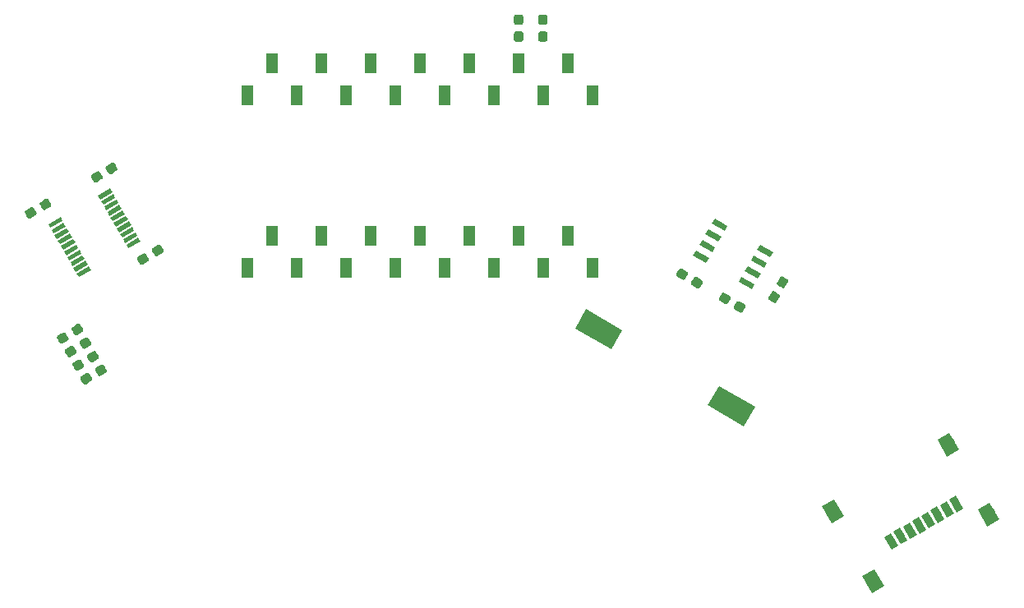
<source format=gbr>
G04 #@! TF.GenerationSoftware,KiCad,Pcbnew,(5.0.1-3-g963ef8bb5)*
G04 #@! TF.CreationDate,2019-09-11T13:55:26+02:00*
G04 #@! TF.ProjectId,crecol_v30,637265636F6C5F7633302E6B69636164,rev?*
G04 #@! TF.SameCoordinates,Original*
G04 #@! TF.FileFunction,Paste,Bot*
G04 #@! TF.FilePolarity,Positive*
%FSLAX46Y46*%
G04 Gerber Fmt 4.6, Leading zero omitted, Abs format (unit mm)*
G04 Created by KiCad (PCBNEW (5.0.1-3-g963ef8bb5)) date 2019 September 11, Wednesday 13:55:26*
%MOMM*%
%LPD*%
G01*
G04 APERTURE LIST*
%ADD10C,0.450000*%
%ADD11C,0.100000*%
%ADD12C,0.950000*%
%ADD13C,1.450000*%
%ADD14C,0.800000*%
%ADD15C,2.300000*%
%ADD16R,1.200000X2.000000*%
%ADD17C,0.600000*%
G04 APERTURE END LIST*
D10*
G04 #@! TO.C,U40*
X67592275Y-37891876D03*
D11*
G36*
X68107643Y-37334520D02*
X68332643Y-37724232D01*
X67076907Y-38449232D01*
X66851907Y-38059520D01*
X68107643Y-37334520D01*
X68107643Y-37334520D01*
G37*
D10*
X67917275Y-38454792D03*
D11*
G36*
X68432643Y-37897436D02*
X68657643Y-38287148D01*
X67401907Y-39012148D01*
X67176907Y-38622436D01*
X68432643Y-37897436D01*
X68432643Y-37897436D01*
G37*
D10*
X68242275Y-39017709D03*
D11*
G36*
X68757643Y-38460353D02*
X68982643Y-38850065D01*
X67726907Y-39575065D01*
X67501907Y-39185353D01*
X68757643Y-38460353D01*
X68757643Y-38460353D01*
G37*
D10*
X68567275Y-39580625D03*
D11*
G36*
X69082643Y-39023269D02*
X69307643Y-39412981D01*
X68051907Y-40137981D01*
X67826907Y-39748269D01*
X69082643Y-39023269D01*
X69082643Y-39023269D01*
G37*
D10*
X68892275Y-40143542D03*
D11*
G36*
X69407643Y-39586186D02*
X69632643Y-39975898D01*
X68376907Y-40700898D01*
X68151907Y-40311186D01*
X69407643Y-39586186D01*
X69407643Y-39586186D01*
G37*
D10*
X69217275Y-40706458D03*
D11*
G36*
X69732643Y-40149102D02*
X69957643Y-40538814D01*
X68701907Y-41263814D01*
X68476907Y-40874102D01*
X69732643Y-40149102D01*
X69732643Y-40149102D01*
G37*
D10*
X69542275Y-41269375D03*
D11*
G36*
X70057643Y-40712019D02*
X70282643Y-41101731D01*
X69026907Y-41826731D01*
X68801907Y-41437019D01*
X70057643Y-40712019D01*
X70057643Y-40712019D01*
G37*
D10*
X69867275Y-41832291D03*
D11*
G36*
X70382643Y-41274935D02*
X70607643Y-41664647D01*
X69351907Y-42389647D01*
X69126907Y-41999935D01*
X70382643Y-41274935D01*
X70382643Y-41274935D01*
G37*
D10*
X70192275Y-42395208D03*
D11*
G36*
X70707643Y-41837852D02*
X70932643Y-42227564D01*
X69676907Y-42952564D01*
X69451907Y-42562852D01*
X70707643Y-41837852D01*
X70707643Y-41837852D01*
G37*
D10*
X70517275Y-42958124D03*
D11*
G36*
X71032643Y-42400768D02*
X71257643Y-42790480D01*
X70001907Y-43515480D01*
X69776907Y-43125768D01*
X71032643Y-42400768D01*
X71032643Y-42400768D01*
G37*
D10*
X65407725Y-45908124D03*
D11*
G36*
X65923093Y-45350768D02*
X66148093Y-45740480D01*
X64892357Y-46465480D01*
X64667357Y-46075768D01*
X65923093Y-45350768D01*
X65923093Y-45350768D01*
G37*
D10*
X65082725Y-45345208D03*
D11*
G36*
X65598093Y-44787852D02*
X65823093Y-45177564D01*
X64567357Y-45902564D01*
X64342357Y-45512852D01*
X65598093Y-44787852D01*
X65598093Y-44787852D01*
G37*
D10*
X64757725Y-44782291D03*
D11*
G36*
X65273093Y-44224935D02*
X65498093Y-44614647D01*
X64242357Y-45339647D01*
X64017357Y-44949935D01*
X65273093Y-44224935D01*
X65273093Y-44224935D01*
G37*
D10*
X64432725Y-44219375D03*
D11*
G36*
X64948093Y-43662019D02*
X65173093Y-44051731D01*
X63917357Y-44776731D01*
X63692357Y-44387019D01*
X64948093Y-43662019D01*
X64948093Y-43662019D01*
G37*
D10*
X64107725Y-43656458D03*
D11*
G36*
X64623093Y-43099102D02*
X64848093Y-43488814D01*
X63592357Y-44213814D01*
X63367357Y-43824102D01*
X64623093Y-43099102D01*
X64623093Y-43099102D01*
G37*
D10*
X63782725Y-43093542D03*
D11*
G36*
X64298093Y-42536186D02*
X64523093Y-42925898D01*
X63267357Y-43650898D01*
X63042357Y-43261186D01*
X64298093Y-42536186D01*
X64298093Y-42536186D01*
G37*
D10*
X63457725Y-42530625D03*
D11*
G36*
X63973093Y-41973269D02*
X64198093Y-42362981D01*
X62942357Y-43087981D01*
X62717357Y-42698269D01*
X63973093Y-41973269D01*
X63973093Y-41973269D01*
G37*
D10*
X63132725Y-41967709D03*
D11*
G36*
X63648093Y-41410353D02*
X63873093Y-41800065D01*
X62617357Y-42525065D01*
X62392357Y-42135353D01*
X63648093Y-41410353D01*
X63648093Y-41410353D01*
G37*
D10*
X62807725Y-41404792D03*
D11*
G36*
X63323093Y-40847436D02*
X63548093Y-41237148D01*
X62292357Y-41962148D01*
X62067357Y-41572436D01*
X63323093Y-40847436D01*
X63323093Y-40847436D01*
G37*
D10*
X62482725Y-40841876D03*
D11*
G36*
X62998093Y-40284520D02*
X63223093Y-40674232D01*
X61967357Y-41399232D01*
X61742357Y-41009520D01*
X62998093Y-40284520D01*
X62998093Y-40284520D01*
G37*
G04 #@! TD*
G04 #@! TO.C,C31*
G36*
X65787993Y-56351077D02*
X65811148Y-56353741D01*
X65833929Y-56358662D01*
X65856119Y-56365791D01*
X65877503Y-56375062D01*
X65897876Y-56386383D01*
X65917041Y-56399648D01*
X65934813Y-56414726D01*
X65951022Y-56431474D01*
X65965511Y-56449730D01*
X65978141Y-56469319D01*
X66215641Y-56880681D01*
X66226290Y-56901413D01*
X66234856Y-56923089D01*
X66241256Y-56945500D01*
X66245428Y-56968431D01*
X66247333Y-56991660D01*
X66246951Y-57014964D01*
X66244288Y-57038119D01*
X66239367Y-57060901D01*
X66232238Y-57083090D01*
X66222967Y-57104475D01*
X66211646Y-57124847D01*
X66198381Y-57144012D01*
X66183303Y-57161784D01*
X66166555Y-57177993D01*
X66148298Y-57192482D01*
X66128710Y-57205112D01*
X65630746Y-57492612D01*
X65610014Y-57503261D01*
X65588338Y-57511827D01*
X65565927Y-57518227D01*
X65542996Y-57522399D01*
X65519767Y-57524304D01*
X65496463Y-57523923D01*
X65473308Y-57521259D01*
X65450527Y-57516338D01*
X65428337Y-57509209D01*
X65406953Y-57499938D01*
X65386580Y-57488617D01*
X65367415Y-57475352D01*
X65349643Y-57460274D01*
X65333434Y-57443526D01*
X65318945Y-57425270D01*
X65306315Y-57405681D01*
X65068815Y-56994319D01*
X65058166Y-56973587D01*
X65049600Y-56951911D01*
X65043200Y-56929500D01*
X65039028Y-56906569D01*
X65037123Y-56883340D01*
X65037505Y-56860036D01*
X65040168Y-56836881D01*
X65045089Y-56814099D01*
X65052218Y-56791910D01*
X65061489Y-56770525D01*
X65072810Y-56750153D01*
X65086075Y-56730988D01*
X65101153Y-56713216D01*
X65117901Y-56697007D01*
X65136158Y-56682518D01*
X65155746Y-56669888D01*
X65653710Y-56382388D01*
X65674442Y-56371739D01*
X65696118Y-56363173D01*
X65718529Y-56356773D01*
X65741460Y-56352601D01*
X65764689Y-56350696D01*
X65787993Y-56351077D01*
X65787993Y-56351077D01*
G37*
D12*
X65642228Y-56937500D03*
D11*
G36*
X67303537Y-55476077D02*
X67326692Y-55478741D01*
X67349473Y-55483662D01*
X67371663Y-55490791D01*
X67393047Y-55500062D01*
X67413420Y-55511383D01*
X67432585Y-55524648D01*
X67450357Y-55539726D01*
X67466566Y-55556474D01*
X67481055Y-55574730D01*
X67493685Y-55594319D01*
X67731185Y-56005681D01*
X67741834Y-56026413D01*
X67750400Y-56048089D01*
X67756800Y-56070500D01*
X67760972Y-56093431D01*
X67762877Y-56116660D01*
X67762495Y-56139964D01*
X67759832Y-56163119D01*
X67754911Y-56185901D01*
X67747782Y-56208090D01*
X67738511Y-56229475D01*
X67727190Y-56249847D01*
X67713925Y-56269012D01*
X67698847Y-56286784D01*
X67682099Y-56302993D01*
X67663842Y-56317482D01*
X67644254Y-56330112D01*
X67146290Y-56617612D01*
X67125558Y-56628261D01*
X67103882Y-56636827D01*
X67081471Y-56643227D01*
X67058540Y-56647399D01*
X67035311Y-56649304D01*
X67012007Y-56648923D01*
X66988852Y-56646259D01*
X66966071Y-56641338D01*
X66943881Y-56634209D01*
X66922497Y-56624938D01*
X66902124Y-56613617D01*
X66882959Y-56600352D01*
X66865187Y-56585274D01*
X66848978Y-56568526D01*
X66834489Y-56550270D01*
X66821859Y-56530681D01*
X66584359Y-56119319D01*
X66573710Y-56098587D01*
X66565144Y-56076911D01*
X66558744Y-56054500D01*
X66554572Y-56031569D01*
X66552667Y-56008340D01*
X66553049Y-55985036D01*
X66555712Y-55961881D01*
X66560633Y-55939099D01*
X66567762Y-55916910D01*
X66577033Y-55895525D01*
X66588354Y-55875153D01*
X66601619Y-55855988D01*
X66616697Y-55838216D01*
X66633445Y-55822007D01*
X66651702Y-55807518D01*
X66671290Y-55794888D01*
X67169254Y-55507388D01*
X67189986Y-55496739D01*
X67211662Y-55488173D01*
X67234073Y-55481773D01*
X67257004Y-55477601D01*
X67280233Y-55475696D01*
X67303537Y-55476077D01*
X67303537Y-55476077D01*
G37*
D12*
X67157772Y-56062500D03*
G04 #@! TD*
D11*
G04 #@! TO.C,C30*
G36*
X64903537Y-51276077D02*
X64926692Y-51278741D01*
X64949473Y-51283662D01*
X64971663Y-51290791D01*
X64993047Y-51300062D01*
X65013420Y-51311383D01*
X65032585Y-51324648D01*
X65050357Y-51339726D01*
X65066566Y-51356474D01*
X65081055Y-51374730D01*
X65093685Y-51394319D01*
X65331185Y-51805681D01*
X65341834Y-51826413D01*
X65350400Y-51848089D01*
X65356800Y-51870500D01*
X65360972Y-51893431D01*
X65362877Y-51916660D01*
X65362495Y-51939964D01*
X65359832Y-51963119D01*
X65354911Y-51985901D01*
X65347782Y-52008090D01*
X65338511Y-52029475D01*
X65327190Y-52049847D01*
X65313925Y-52069012D01*
X65298847Y-52086784D01*
X65282099Y-52102993D01*
X65263842Y-52117482D01*
X65244254Y-52130112D01*
X64746290Y-52417612D01*
X64725558Y-52428261D01*
X64703882Y-52436827D01*
X64681471Y-52443227D01*
X64658540Y-52447399D01*
X64635311Y-52449304D01*
X64612007Y-52448923D01*
X64588852Y-52446259D01*
X64566071Y-52441338D01*
X64543881Y-52434209D01*
X64522497Y-52424938D01*
X64502124Y-52413617D01*
X64482959Y-52400352D01*
X64465187Y-52385274D01*
X64448978Y-52368526D01*
X64434489Y-52350270D01*
X64421859Y-52330681D01*
X64184359Y-51919319D01*
X64173710Y-51898587D01*
X64165144Y-51876911D01*
X64158744Y-51854500D01*
X64154572Y-51831569D01*
X64152667Y-51808340D01*
X64153049Y-51785036D01*
X64155712Y-51761881D01*
X64160633Y-51739099D01*
X64167762Y-51716910D01*
X64177033Y-51695525D01*
X64188354Y-51675153D01*
X64201619Y-51655988D01*
X64216697Y-51638216D01*
X64233445Y-51622007D01*
X64251702Y-51607518D01*
X64271290Y-51594888D01*
X64769254Y-51307388D01*
X64789986Y-51296739D01*
X64811662Y-51288173D01*
X64834073Y-51281773D01*
X64857004Y-51277601D01*
X64880233Y-51275696D01*
X64903537Y-51276077D01*
X64903537Y-51276077D01*
G37*
D12*
X64757772Y-51862500D03*
D11*
G36*
X63387993Y-52151077D02*
X63411148Y-52153741D01*
X63433929Y-52158662D01*
X63456119Y-52165791D01*
X63477503Y-52175062D01*
X63497876Y-52186383D01*
X63517041Y-52199648D01*
X63534813Y-52214726D01*
X63551022Y-52231474D01*
X63565511Y-52249730D01*
X63578141Y-52269319D01*
X63815641Y-52680681D01*
X63826290Y-52701413D01*
X63834856Y-52723089D01*
X63841256Y-52745500D01*
X63845428Y-52768431D01*
X63847333Y-52791660D01*
X63846951Y-52814964D01*
X63844288Y-52838119D01*
X63839367Y-52860901D01*
X63832238Y-52883090D01*
X63822967Y-52904475D01*
X63811646Y-52924847D01*
X63798381Y-52944012D01*
X63783303Y-52961784D01*
X63766555Y-52977993D01*
X63748298Y-52992482D01*
X63728710Y-53005112D01*
X63230746Y-53292612D01*
X63210014Y-53303261D01*
X63188338Y-53311827D01*
X63165927Y-53318227D01*
X63142996Y-53322399D01*
X63119767Y-53324304D01*
X63096463Y-53323923D01*
X63073308Y-53321259D01*
X63050527Y-53316338D01*
X63028337Y-53309209D01*
X63006953Y-53299938D01*
X62986580Y-53288617D01*
X62967415Y-53275352D01*
X62949643Y-53260274D01*
X62933434Y-53243526D01*
X62918945Y-53225270D01*
X62906315Y-53205681D01*
X62668815Y-52794319D01*
X62658166Y-52773587D01*
X62649600Y-52751911D01*
X62643200Y-52729500D01*
X62639028Y-52706569D01*
X62637123Y-52683340D01*
X62637505Y-52660036D01*
X62640168Y-52636881D01*
X62645089Y-52614099D01*
X62652218Y-52591910D01*
X62661489Y-52570525D01*
X62672810Y-52550153D01*
X62686075Y-52530988D01*
X62701153Y-52513216D01*
X62717901Y-52497007D01*
X62736158Y-52482518D01*
X62755746Y-52469888D01*
X63253710Y-52182388D01*
X63274442Y-52171739D01*
X63296118Y-52163173D01*
X63318529Y-52156773D01*
X63341460Y-52152601D01*
X63364689Y-52150696D01*
X63387993Y-52151077D01*
X63387993Y-52151077D01*
G37*
D12*
X63242228Y-52737500D03*
G04 #@! TD*
D11*
G04 #@! TO.C,R32*
G36*
X65703537Y-52676077D02*
X65726692Y-52678741D01*
X65749473Y-52683662D01*
X65771663Y-52690791D01*
X65793047Y-52700062D01*
X65813420Y-52711383D01*
X65832585Y-52724648D01*
X65850357Y-52739726D01*
X65866566Y-52756474D01*
X65881055Y-52774730D01*
X65893685Y-52794319D01*
X66131185Y-53205681D01*
X66141834Y-53226413D01*
X66150400Y-53248089D01*
X66156800Y-53270500D01*
X66160972Y-53293431D01*
X66162877Y-53316660D01*
X66162495Y-53339964D01*
X66159832Y-53363119D01*
X66154911Y-53385901D01*
X66147782Y-53408090D01*
X66138511Y-53429475D01*
X66127190Y-53449847D01*
X66113925Y-53469012D01*
X66098847Y-53486784D01*
X66082099Y-53502993D01*
X66063842Y-53517482D01*
X66044254Y-53530112D01*
X65546290Y-53817612D01*
X65525558Y-53828261D01*
X65503882Y-53836827D01*
X65481471Y-53843227D01*
X65458540Y-53847399D01*
X65435311Y-53849304D01*
X65412007Y-53848923D01*
X65388852Y-53846259D01*
X65366071Y-53841338D01*
X65343881Y-53834209D01*
X65322497Y-53824938D01*
X65302124Y-53813617D01*
X65282959Y-53800352D01*
X65265187Y-53785274D01*
X65248978Y-53768526D01*
X65234489Y-53750270D01*
X65221859Y-53730681D01*
X64984359Y-53319319D01*
X64973710Y-53298587D01*
X64965144Y-53276911D01*
X64958744Y-53254500D01*
X64954572Y-53231569D01*
X64952667Y-53208340D01*
X64953049Y-53185036D01*
X64955712Y-53161881D01*
X64960633Y-53139099D01*
X64967762Y-53116910D01*
X64977033Y-53095525D01*
X64988354Y-53075153D01*
X65001619Y-53055988D01*
X65016697Y-53038216D01*
X65033445Y-53022007D01*
X65051702Y-53007518D01*
X65071290Y-52994888D01*
X65569254Y-52707388D01*
X65589986Y-52696739D01*
X65611662Y-52688173D01*
X65634073Y-52681773D01*
X65657004Y-52677601D01*
X65680233Y-52675696D01*
X65703537Y-52676077D01*
X65703537Y-52676077D01*
G37*
D12*
X65557772Y-53262500D03*
D11*
G36*
X64187993Y-53551077D02*
X64211148Y-53553741D01*
X64233929Y-53558662D01*
X64256119Y-53565791D01*
X64277503Y-53575062D01*
X64297876Y-53586383D01*
X64317041Y-53599648D01*
X64334813Y-53614726D01*
X64351022Y-53631474D01*
X64365511Y-53649730D01*
X64378141Y-53669319D01*
X64615641Y-54080681D01*
X64626290Y-54101413D01*
X64634856Y-54123089D01*
X64641256Y-54145500D01*
X64645428Y-54168431D01*
X64647333Y-54191660D01*
X64646951Y-54214964D01*
X64644288Y-54238119D01*
X64639367Y-54260901D01*
X64632238Y-54283090D01*
X64622967Y-54304475D01*
X64611646Y-54324847D01*
X64598381Y-54344012D01*
X64583303Y-54361784D01*
X64566555Y-54377993D01*
X64548298Y-54392482D01*
X64528710Y-54405112D01*
X64030746Y-54692612D01*
X64010014Y-54703261D01*
X63988338Y-54711827D01*
X63965927Y-54718227D01*
X63942996Y-54722399D01*
X63919767Y-54724304D01*
X63896463Y-54723923D01*
X63873308Y-54721259D01*
X63850527Y-54716338D01*
X63828337Y-54709209D01*
X63806953Y-54699938D01*
X63786580Y-54688617D01*
X63767415Y-54675352D01*
X63749643Y-54660274D01*
X63733434Y-54643526D01*
X63718945Y-54625270D01*
X63706315Y-54605681D01*
X63468815Y-54194319D01*
X63458166Y-54173587D01*
X63449600Y-54151911D01*
X63443200Y-54129500D01*
X63439028Y-54106569D01*
X63437123Y-54083340D01*
X63437505Y-54060036D01*
X63440168Y-54036881D01*
X63445089Y-54014099D01*
X63452218Y-53991910D01*
X63461489Y-53970525D01*
X63472810Y-53950153D01*
X63486075Y-53930988D01*
X63501153Y-53913216D01*
X63517901Y-53897007D01*
X63536158Y-53882518D01*
X63555746Y-53869888D01*
X64053710Y-53582388D01*
X64074442Y-53571739D01*
X64096118Y-53563173D01*
X64118529Y-53556773D01*
X64141460Y-53552601D01*
X64164689Y-53550696D01*
X64187993Y-53551077D01*
X64187993Y-53551077D01*
G37*
D12*
X64042228Y-54137500D03*
G04 #@! TD*
D11*
G04 #@! TO.C,R33*
G36*
X64987993Y-54951077D02*
X65011148Y-54953741D01*
X65033929Y-54958662D01*
X65056119Y-54965791D01*
X65077503Y-54975062D01*
X65097876Y-54986383D01*
X65117041Y-54999648D01*
X65134813Y-55014726D01*
X65151022Y-55031474D01*
X65165511Y-55049730D01*
X65178141Y-55069319D01*
X65415641Y-55480681D01*
X65426290Y-55501413D01*
X65434856Y-55523089D01*
X65441256Y-55545500D01*
X65445428Y-55568431D01*
X65447333Y-55591660D01*
X65446951Y-55614964D01*
X65444288Y-55638119D01*
X65439367Y-55660901D01*
X65432238Y-55683090D01*
X65422967Y-55704475D01*
X65411646Y-55724847D01*
X65398381Y-55744012D01*
X65383303Y-55761784D01*
X65366555Y-55777993D01*
X65348298Y-55792482D01*
X65328710Y-55805112D01*
X64830746Y-56092612D01*
X64810014Y-56103261D01*
X64788338Y-56111827D01*
X64765927Y-56118227D01*
X64742996Y-56122399D01*
X64719767Y-56124304D01*
X64696463Y-56123923D01*
X64673308Y-56121259D01*
X64650527Y-56116338D01*
X64628337Y-56109209D01*
X64606953Y-56099938D01*
X64586580Y-56088617D01*
X64567415Y-56075352D01*
X64549643Y-56060274D01*
X64533434Y-56043526D01*
X64518945Y-56025270D01*
X64506315Y-56005681D01*
X64268815Y-55594319D01*
X64258166Y-55573587D01*
X64249600Y-55551911D01*
X64243200Y-55529500D01*
X64239028Y-55506569D01*
X64237123Y-55483340D01*
X64237505Y-55460036D01*
X64240168Y-55436881D01*
X64245089Y-55414099D01*
X64252218Y-55391910D01*
X64261489Y-55370525D01*
X64272810Y-55350153D01*
X64286075Y-55330988D01*
X64301153Y-55313216D01*
X64317901Y-55297007D01*
X64336158Y-55282518D01*
X64355746Y-55269888D01*
X64853710Y-54982388D01*
X64874442Y-54971739D01*
X64896118Y-54963173D01*
X64918529Y-54956773D01*
X64941460Y-54952601D01*
X64964689Y-54950696D01*
X64987993Y-54951077D01*
X64987993Y-54951077D01*
G37*
D12*
X64842228Y-55537500D03*
D11*
G36*
X66503537Y-54076077D02*
X66526692Y-54078741D01*
X66549473Y-54083662D01*
X66571663Y-54090791D01*
X66593047Y-54100062D01*
X66613420Y-54111383D01*
X66632585Y-54124648D01*
X66650357Y-54139726D01*
X66666566Y-54156474D01*
X66681055Y-54174730D01*
X66693685Y-54194319D01*
X66931185Y-54605681D01*
X66941834Y-54626413D01*
X66950400Y-54648089D01*
X66956800Y-54670500D01*
X66960972Y-54693431D01*
X66962877Y-54716660D01*
X66962495Y-54739964D01*
X66959832Y-54763119D01*
X66954911Y-54785901D01*
X66947782Y-54808090D01*
X66938511Y-54829475D01*
X66927190Y-54849847D01*
X66913925Y-54869012D01*
X66898847Y-54886784D01*
X66882099Y-54902993D01*
X66863842Y-54917482D01*
X66844254Y-54930112D01*
X66346290Y-55217612D01*
X66325558Y-55228261D01*
X66303882Y-55236827D01*
X66281471Y-55243227D01*
X66258540Y-55247399D01*
X66235311Y-55249304D01*
X66212007Y-55248923D01*
X66188852Y-55246259D01*
X66166071Y-55241338D01*
X66143881Y-55234209D01*
X66122497Y-55224938D01*
X66102124Y-55213617D01*
X66082959Y-55200352D01*
X66065187Y-55185274D01*
X66048978Y-55168526D01*
X66034489Y-55150270D01*
X66021859Y-55130681D01*
X65784359Y-54719319D01*
X65773710Y-54698587D01*
X65765144Y-54676911D01*
X65758744Y-54654500D01*
X65754572Y-54631569D01*
X65752667Y-54608340D01*
X65753049Y-54585036D01*
X65755712Y-54561881D01*
X65760633Y-54539099D01*
X65767762Y-54516910D01*
X65777033Y-54495525D01*
X65788354Y-54475153D01*
X65801619Y-54455988D01*
X65816697Y-54438216D01*
X65833445Y-54422007D01*
X65851702Y-54407518D01*
X65871290Y-54394888D01*
X66369254Y-54107388D01*
X66389986Y-54096739D01*
X66411662Y-54088173D01*
X66434073Y-54081773D01*
X66457004Y-54077601D01*
X66480233Y-54075696D01*
X66503537Y-54076077D01*
X66503537Y-54076077D01*
G37*
D12*
X66357772Y-54662500D03*
G04 #@! TD*
D11*
G04 #@! TO.C,C10*
G36*
X66887993Y-35551077D02*
X66911148Y-35553741D01*
X66933929Y-35558662D01*
X66956119Y-35565791D01*
X66977503Y-35575062D01*
X66997876Y-35586383D01*
X67017041Y-35599648D01*
X67034813Y-35614726D01*
X67051022Y-35631474D01*
X67065511Y-35649730D01*
X67078141Y-35669319D01*
X67315641Y-36080681D01*
X67326290Y-36101413D01*
X67334856Y-36123089D01*
X67341256Y-36145500D01*
X67345428Y-36168431D01*
X67347333Y-36191660D01*
X67346951Y-36214964D01*
X67344288Y-36238119D01*
X67339367Y-36260901D01*
X67332238Y-36283090D01*
X67322967Y-36304475D01*
X67311646Y-36324847D01*
X67298381Y-36344012D01*
X67283303Y-36361784D01*
X67266555Y-36377993D01*
X67248298Y-36392482D01*
X67228710Y-36405112D01*
X66730746Y-36692612D01*
X66710014Y-36703261D01*
X66688338Y-36711827D01*
X66665927Y-36718227D01*
X66642996Y-36722399D01*
X66619767Y-36724304D01*
X66596463Y-36723923D01*
X66573308Y-36721259D01*
X66550527Y-36716338D01*
X66528337Y-36709209D01*
X66506953Y-36699938D01*
X66486580Y-36688617D01*
X66467415Y-36675352D01*
X66449643Y-36660274D01*
X66433434Y-36643526D01*
X66418945Y-36625270D01*
X66406315Y-36605681D01*
X66168815Y-36194319D01*
X66158166Y-36173587D01*
X66149600Y-36151911D01*
X66143200Y-36129500D01*
X66139028Y-36106569D01*
X66137123Y-36083340D01*
X66137505Y-36060036D01*
X66140168Y-36036881D01*
X66145089Y-36014099D01*
X66152218Y-35991910D01*
X66161489Y-35970525D01*
X66172810Y-35950153D01*
X66186075Y-35930988D01*
X66201153Y-35913216D01*
X66217901Y-35897007D01*
X66236158Y-35882518D01*
X66255746Y-35869888D01*
X66753710Y-35582388D01*
X66774442Y-35571739D01*
X66796118Y-35563173D01*
X66818529Y-35556773D01*
X66841460Y-35552601D01*
X66864689Y-35550696D01*
X66887993Y-35551077D01*
X66887993Y-35551077D01*
G37*
D12*
X66742228Y-36137500D03*
D11*
G36*
X68403537Y-34676077D02*
X68426692Y-34678741D01*
X68449473Y-34683662D01*
X68471663Y-34690791D01*
X68493047Y-34700062D01*
X68513420Y-34711383D01*
X68532585Y-34724648D01*
X68550357Y-34739726D01*
X68566566Y-34756474D01*
X68581055Y-34774730D01*
X68593685Y-34794319D01*
X68831185Y-35205681D01*
X68841834Y-35226413D01*
X68850400Y-35248089D01*
X68856800Y-35270500D01*
X68860972Y-35293431D01*
X68862877Y-35316660D01*
X68862495Y-35339964D01*
X68859832Y-35363119D01*
X68854911Y-35385901D01*
X68847782Y-35408090D01*
X68838511Y-35429475D01*
X68827190Y-35449847D01*
X68813925Y-35469012D01*
X68798847Y-35486784D01*
X68782099Y-35502993D01*
X68763842Y-35517482D01*
X68744254Y-35530112D01*
X68246290Y-35817612D01*
X68225558Y-35828261D01*
X68203882Y-35836827D01*
X68181471Y-35843227D01*
X68158540Y-35847399D01*
X68135311Y-35849304D01*
X68112007Y-35848923D01*
X68088852Y-35846259D01*
X68066071Y-35841338D01*
X68043881Y-35834209D01*
X68022497Y-35824938D01*
X68002124Y-35813617D01*
X67982959Y-35800352D01*
X67965187Y-35785274D01*
X67948978Y-35768526D01*
X67934489Y-35750270D01*
X67921859Y-35730681D01*
X67684359Y-35319319D01*
X67673710Y-35298587D01*
X67665144Y-35276911D01*
X67658744Y-35254500D01*
X67654572Y-35231569D01*
X67652667Y-35208340D01*
X67653049Y-35185036D01*
X67655712Y-35161881D01*
X67660633Y-35139099D01*
X67667762Y-35116910D01*
X67677033Y-35095525D01*
X67688354Y-35075153D01*
X67701619Y-35055988D01*
X67716697Y-35038216D01*
X67733445Y-35022007D01*
X67751702Y-35007518D01*
X67771290Y-34994888D01*
X68269254Y-34707388D01*
X68289986Y-34696739D01*
X68311662Y-34688173D01*
X68334073Y-34681773D01*
X68357004Y-34677601D01*
X68380233Y-34675696D01*
X68403537Y-34676077D01*
X68403537Y-34676077D01*
G37*
D12*
X68257772Y-35262500D03*
G04 #@! TD*
D11*
G04 #@! TO.C,C11*
G36*
X61603537Y-38376077D02*
X61626692Y-38378741D01*
X61649473Y-38383662D01*
X61671663Y-38390791D01*
X61693047Y-38400062D01*
X61713420Y-38411383D01*
X61732585Y-38424648D01*
X61750357Y-38439726D01*
X61766566Y-38456474D01*
X61781055Y-38474730D01*
X61793685Y-38494319D01*
X62031185Y-38905681D01*
X62041834Y-38926413D01*
X62050400Y-38948089D01*
X62056800Y-38970500D01*
X62060972Y-38993431D01*
X62062877Y-39016660D01*
X62062495Y-39039964D01*
X62059832Y-39063119D01*
X62054911Y-39085901D01*
X62047782Y-39108090D01*
X62038511Y-39129475D01*
X62027190Y-39149847D01*
X62013925Y-39169012D01*
X61998847Y-39186784D01*
X61982099Y-39202993D01*
X61963842Y-39217482D01*
X61944254Y-39230112D01*
X61446290Y-39517612D01*
X61425558Y-39528261D01*
X61403882Y-39536827D01*
X61381471Y-39543227D01*
X61358540Y-39547399D01*
X61335311Y-39549304D01*
X61312007Y-39548923D01*
X61288852Y-39546259D01*
X61266071Y-39541338D01*
X61243881Y-39534209D01*
X61222497Y-39524938D01*
X61202124Y-39513617D01*
X61182959Y-39500352D01*
X61165187Y-39485274D01*
X61148978Y-39468526D01*
X61134489Y-39450270D01*
X61121859Y-39430681D01*
X60884359Y-39019319D01*
X60873710Y-38998587D01*
X60865144Y-38976911D01*
X60858744Y-38954500D01*
X60854572Y-38931569D01*
X60852667Y-38908340D01*
X60853049Y-38885036D01*
X60855712Y-38861881D01*
X60860633Y-38839099D01*
X60867762Y-38816910D01*
X60877033Y-38795525D01*
X60888354Y-38775153D01*
X60901619Y-38755988D01*
X60916697Y-38738216D01*
X60933445Y-38722007D01*
X60951702Y-38707518D01*
X60971290Y-38694888D01*
X61469254Y-38407388D01*
X61489986Y-38396739D01*
X61511662Y-38388173D01*
X61534073Y-38381773D01*
X61557004Y-38377601D01*
X61580233Y-38375696D01*
X61603537Y-38376077D01*
X61603537Y-38376077D01*
G37*
D12*
X61457772Y-38962500D03*
D11*
G36*
X60087993Y-39251077D02*
X60111148Y-39253741D01*
X60133929Y-39258662D01*
X60156119Y-39265791D01*
X60177503Y-39275062D01*
X60197876Y-39286383D01*
X60217041Y-39299648D01*
X60234813Y-39314726D01*
X60251022Y-39331474D01*
X60265511Y-39349730D01*
X60278141Y-39369319D01*
X60515641Y-39780681D01*
X60526290Y-39801413D01*
X60534856Y-39823089D01*
X60541256Y-39845500D01*
X60545428Y-39868431D01*
X60547333Y-39891660D01*
X60546951Y-39914964D01*
X60544288Y-39938119D01*
X60539367Y-39960901D01*
X60532238Y-39983090D01*
X60522967Y-40004475D01*
X60511646Y-40024847D01*
X60498381Y-40044012D01*
X60483303Y-40061784D01*
X60466555Y-40077993D01*
X60448298Y-40092482D01*
X60428710Y-40105112D01*
X59930746Y-40392612D01*
X59910014Y-40403261D01*
X59888338Y-40411827D01*
X59865927Y-40418227D01*
X59842996Y-40422399D01*
X59819767Y-40424304D01*
X59796463Y-40423923D01*
X59773308Y-40421259D01*
X59750527Y-40416338D01*
X59728337Y-40409209D01*
X59706953Y-40399938D01*
X59686580Y-40388617D01*
X59667415Y-40375352D01*
X59649643Y-40360274D01*
X59633434Y-40343526D01*
X59618945Y-40325270D01*
X59606315Y-40305681D01*
X59368815Y-39894319D01*
X59358166Y-39873587D01*
X59349600Y-39851911D01*
X59343200Y-39829500D01*
X59339028Y-39806569D01*
X59337123Y-39783340D01*
X59337505Y-39760036D01*
X59340168Y-39736881D01*
X59345089Y-39714099D01*
X59352218Y-39691910D01*
X59361489Y-39670525D01*
X59372810Y-39650153D01*
X59386075Y-39630988D01*
X59401153Y-39613216D01*
X59417901Y-39597007D01*
X59436158Y-39582518D01*
X59455746Y-39569888D01*
X59953710Y-39282388D01*
X59974442Y-39271739D01*
X59996118Y-39263173D01*
X60018529Y-39256773D01*
X60041460Y-39252601D01*
X60064689Y-39250696D01*
X60087993Y-39251077D01*
X60087993Y-39251077D01*
G37*
D12*
X59942228Y-39837500D03*
G04 #@! TD*
D11*
G04 #@! TO.C,C20*
G36*
X126942996Y-45577601D02*
X126965927Y-45581773D01*
X126988338Y-45588173D01*
X127010014Y-45596739D01*
X127030746Y-45607388D01*
X127528710Y-45894888D01*
X127548299Y-45907518D01*
X127566555Y-45922007D01*
X127583303Y-45938216D01*
X127598381Y-45955988D01*
X127611646Y-45975153D01*
X127622967Y-45995526D01*
X127632238Y-46016910D01*
X127639367Y-46039100D01*
X127644288Y-46061881D01*
X127646952Y-46085036D01*
X127647333Y-46108340D01*
X127645428Y-46131569D01*
X127641256Y-46154500D01*
X127634856Y-46176911D01*
X127626290Y-46198587D01*
X127615641Y-46219319D01*
X127378141Y-46630681D01*
X127365511Y-46650269D01*
X127351022Y-46668526D01*
X127334813Y-46685274D01*
X127317041Y-46700352D01*
X127297876Y-46713617D01*
X127277504Y-46724938D01*
X127256119Y-46734209D01*
X127233930Y-46741338D01*
X127211148Y-46746259D01*
X127187993Y-46748922D01*
X127164689Y-46749304D01*
X127141460Y-46747399D01*
X127118529Y-46743227D01*
X127096118Y-46736827D01*
X127074442Y-46728261D01*
X127053710Y-46717612D01*
X126555746Y-46430112D01*
X126536157Y-46417482D01*
X126517901Y-46402993D01*
X126501153Y-46386784D01*
X126486075Y-46369012D01*
X126472810Y-46349847D01*
X126461489Y-46329474D01*
X126452218Y-46308090D01*
X126445089Y-46285900D01*
X126440168Y-46263119D01*
X126437504Y-46239964D01*
X126437123Y-46216660D01*
X126439028Y-46193431D01*
X126443200Y-46170500D01*
X126449600Y-46148089D01*
X126458166Y-46126413D01*
X126468815Y-46105681D01*
X126706315Y-45694319D01*
X126718945Y-45674731D01*
X126733434Y-45656474D01*
X126749643Y-45639726D01*
X126767415Y-45624648D01*
X126786580Y-45611383D01*
X126806952Y-45600062D01*
X126828337Y-45590791D01*
X126850526Y-45583662D01*
X126873308Y-45578741D01*
X126896463Y-45576078D01*
X126919767Y-45575696D01*
X126942996Y-45577601D01*
X126942996Y-45577601D01*
G37*
D12*
X127042228Y-46162500D03*
D11*
G36*
X128458540Y-46452601D02*
X128481471Y-46456773D01*
X128503882Y-46463173D01*
X128525558Y-46471739D01*
X128546290Y-46482388D01*
X129044254Y-46769888D01*
X129063843Y-46782518D01*
X129082099Y-46797007D01*
X129098847Y-46813216D01*
X129113925Y-46830988D01*
X129127190Y-46850153D01*
X129138511Y-46870526D01*
X129147782Y-46891910D01*
X129154911Y-46914100D01*
X129159832Y-46936881D01*
X129162496Y-46960036D01*
X129162877Y-46983340D01*
X129160972Y-47006569D01*
X129156800Y-47029500D01*
X129150400Y-47051911D01*
X129141834Y-47073587D01*
X129131185Y-47094319D01*
X128893685Y-47505681D01*
X128881055Y-47525269D01*
X128866566Y-47543526D01*
X128850357Y-47560274D01*
X128832585Y-47575352D01*
X128813420Y-47588617D01*
X128793048Y-47599938D01*
X128771663Y-47609209D01*
X128749474Y-47616338D01*
X128726692Y-47621259D01*
X128703537Y-47623922D01*
X128680233Y-47624304D01*
X128657004Y-47622399D01*
X128634073Y-47618227D01*
X128611662Y-47611827D01*
X128589986Y-47603261D01*
X128569254Y-47592612D01*
X128071290Y-47305112D01*
X128051701Y-47292482D01*
X128033445Y-47277993D01*
X128016697Y-47261784D01*
X128001619Y-47244012D01*
X127988354Y-47224847D01*
X127977033Y-47204474D01*
X127967762Y-47183090D01*
X127960633Y-47160900D01*
X127955712Y-47138119D01*
X127953048Y-47114964D01*
X127952667Y-47091660D01*
X127954572Y-47068431D01*
X127958744Y-47045500D01*
X127965144Y-47023089D01*
X127973710Y-47001413D01*
X127984359Y-46980681D01*
X128221859Y-46569319D01*
X128234489Y-46549731D01*
X128248978Y-46531474D01*
X128265187Y-46514726D01*
X128282959Y-46499648D01*
X128302124Y-46486383D01*
X128322496Y-46475062D01*
X128343881Y-46465791D01*
X128366070Y-46458662D01*
X128388852Y-46453741D01*
X128412007Y-46451078D01*
X128435311Y-46450696D01*
X128458540Y-46452601D01*
X128458540Y-46452601D01*
G37*
D12*
X128557772Y-47037500D03*
G04 #@! TD*
D11*
G04 #@! TO.C,C21*
G36*
X132858540Y-48952601D02*
X132881471Y-48956773D01*
X132903882Y-48963173D01*
X132925558Y-48971739D01*
X132946290Y-48982388D01*
X133444254Y-49269888D01*
X133463843Y-49282518D01*
X133482099Y-49297007D01*
X133498847Y-49313216D01*
X133513925Y-49330988D01*
X133527190Y-49350153D01*
X133538511Y-49370526D01*
X133547782Y-49391910D01*
X133554911Y-49414100D01*
X133559832Y-49436881D01*
X133562496Y-49460036D01*
X133562877Y-49483340D01*
X133560972Y-49506569D01*
X133556800Y-49529500D01*
X133550400Y-49551911D01*
X133541834Y-49573587D01*
X133531185Y-49594319D01*
X133293685Y-50005681D01*
X133281055Y-50025269D01*
X133266566Y-50043526D01*
X133250357Y-50060274D01*
X133232585Y-50075352D01*
X133213420Y-50088617D01*
X133193048Y-50099938D01*
X133171663Y-50109209D01*
X133149474Y-50116338D01*
X133126692Y-50121259D01*
X133103537Y-50123922D01*
X133080233Y-50124304D01*
X133057004Y-50122399D01*
X133034073Y-50118227D01*
X133011662Y-50111827D01*
X132989986Y-50103261D01*
X132969254Y-50092612D01*
X132471290Y-49805112D01*
X132451701Y-49792482D01*
X132433445Y-49777993D01*
X132416697Y-49761784D01*
X132401619Y-49744012D01*
X132388354Y-49724847D01*
X132377033Y-49704474D01*
X132367762Y-49683090D01*
X132360633Y-49660900D01*
X132355712Y-49638119D01*
X132353048Y-49614964D01*
X132352667Y-49591660D01*
X132354572Y-49568431D01*
X132358744Y-49545500D01*
X132365144Y-49523089D01*
X132373710Y-49501413D01*
X132384359Y-49480681D01*
X132621859Y-49069319D01*
X132634489Y-49049731D01*
X132648978Y-49031474D01*
X132665187Y-49014726D01*
X132682959Y-48999648D01*
X132702124Y-48986383D01*
X132722496Y-48975062D01*
X132743881Y-48965791D01*
X132766070Y-48958662D01*
X132788852Y-48953741D01*
X132812007Y-48951078D01*
X132835311Y-48950696D01*
X132858540Y-48952601D01*
X132858540Y-48952601D01*
G37*
D12*
X132957772Y-49537500D03*
D11*
G36*
X131342996Y-48077601D02*
X131365927Y-48081773D01*
X131388338Y-48088173D01*
X131410014Y-48096739D01*
X131430746Y-48107388D01*
X131928710Y-48394888D01*
X131948299Y-48407518D01*
X131966555Y-48422007D01*
X131983303Y-48438216D01*
X131998381Y-48455988D01*
X132011646Y-48475153D01*
X132022967Y-48495526D01*
X132032238Y-48516910D01*
X132039367Y-48539100D01*
X132044288Y-48561881D01*
X132046952Y-48585036D01*
X132047333Y-48608340D01*
X132045428Y-48631569D01*
X132041256Y-48654500D01*
X132034856Y-48676911D01*
X132026290Y-48698587D01*
X132015641Y-48719319D01*
X131778141Y-49130681D01*
X131765511Y-49150269D01*
X131751022Y-49168526D01*
X131734813Y-49185274D01*
X131717041Y-49200352D01*
X131697876Y-49213617D01*
X131677504Y-49224938D01*
X131656119Y-49234209D01*
X131633930Y-49241338D01*
X131611148Y-49246259D01*
X131587993Y-49248922D01*
X131564689Y-49249304D01*
X131541460Y-49247399D01*
X131518529Y-49243227D01*
X131496118Y-49236827D01*
X131474442Y-49228261D01*
X131453710Y-49217612D01*
X130955746Y-48930112D01*
X130936157Y-48917482D01*
X130917901Y-48902993D01*
X130901153Y-48886784D01*
X130886075Y-48869012D01*
X130872810Y-48849847D01*
X130861489Y-48829474D01*
X130852218Y-48808090D01*
X130845089Y-48785900D01*
X130840168Y-48763119D01*
X130837504Y-48739964D01*
X130837123Y-48716660D01*
X130839028Y-48693431D01*
X130843200Y-48670500D01*
X130849600Y-48648089D01*
X130858166Y-48626413D01*
X130868815Y-48605681D01*
X131106315Y-48194319D01*
X131118945Y-48174731D01*
X131133434Y-48156474D01*
X131149643Y-48139726D01*
X131167415Y-48124648D01*
X131186580Y-48111383D01*
X131206952Y-48100062D01*
X131228337Y-48090791D01*
X131250526Y-48083662D01*
X131273308Y-48078741D01*
X131296463Y-48076078D01*
X131319767Y-48075696D01*
X131342996Y-48077601D01*
X131342996Y-48077601D01*
G37*
D12*
X131442228Y-48662500D03*
G04 #@! TD*
D13*
G04 #@! TO.C,J10*
X158625207Y-70914166D03*
D11*
G36*
X158497339Y-72142691D02*
X157497339Y-70410641D01*
X158753075Y-69685641D01*
X159753075Y-71417691D01*
X158497339Y-72142691D01*
X158497339Y-72142691D01*
G37*
D13*
X146717356Y-77789166D03*
D11*
G36*
X146589488Y-79017691D02*
X145589488Y-77285641D01*
X146845224Y-76560641D01*
X147845224Y-78292691D01*
X146589488Y-79017691D01*
X146589488Y-79017691D01*
G37*
D13*
X142567355Y-70601156D03*
D11*
G36*
X142439487Y-71829681D02*
X141439487Y-70097631D01*
X142695223Y-69372631D01*
X143695223Y-71104681D01*
X142439487Y-71829681D01*
X142439487Y-71829681D01*
G37*
D13*
X154475206Y-63726156D03*
D11*
G36*
X154347338Y-64954681D02*
X153347338Y-63222631D01*
X154603074Y-62497631D01*
X155603074Y-64229681D01*
X154347338Y-64954681D01*
X154347338Y-64954681D01*
G37*
D14*
X155268395Y-69850000D03*
D11*
G36*
X155296985Y-70699519D02*
X154546985Y-69400481D01*
X155239805Y-69000481D01*
X155989805Y-70299519D01*
X155296985Y-70699519D01*
X155296985Y-70699519D01*
G37*
D14*
X154315768Y-70400000D03*
D11*
G36*
X154344358Y-71249519D02*
X153594358Y-69950481D01*
X154287178Y-69550481D01*
X155037178Y-70849519D01*
X154344358Y-71249519D01*
X154344358Y-71249519D01*
G37*
D14*
X153363139Y-70950000D03*
D11*
G36*
X153391729Y-71799519D02*
X152641729Y-70500481D01*
X153334549Y-70100481D01*
X154084549Y-71399519D01*
X153391729Y-71799519D01*
X153391729Y-71799519D01*
G37*
D14*
X152410512Y-71500000D03*
D11*
G36*
X152439102Y-72349519D02*
X151689102Y-71050481D01*
X152381922Y-70650481D01*
X153131922Y-71949519D01*
X152439102Y-72349519D01*
X152439102Y-72349519D01*
G37*
D14*
X151457884Y-72050000D03*
D11*
G36*
X151486474Y-72899519D02*
X150736474Y-71600481D01*
X151429294Y-71200481D01*
X152179294Y-72499519D01*
X151486474Y-72899519D01*
X151486474Y-72899519D01*
G37*
D14*
X150505256Y-72600000D03*
D11*
G36*
X150533846Y-73449519D02*
X149783846Y-72150481D01*
X150476666Y-71750481D01*
X151226666Y-73049519D01*
X150533846Y-73449519D01*
X150533846Y-73449519D01*
G37*
D14*
X149552628Y-73150000D03*
D11*
G36*
X149581218Y-73999519D02*
X148831218Y-72700481D01*
X149524038Y-72300481D01*
X150274038Y-73599519D01*
X149581218Y-73999519D01*
X149581218Y-73999519D01*
G37*
D14*
X148600000Y-73700000D03*
D11*
G36*
X148628590Y-74549519D02*
X147878590Y-73250481D01*
X148571410Y-72850481D01*
X149321410Y-74149519D01*
X148628590Y-74549519D01*
X148628590Y-74549519D01*
G37*
G04 #@! TD*
D15*
G04 #@! TO.C,J20*
X118458399Y-51850000D03*
D11*
G36*
X117171444Y-49779071D02*
X120895354Y-51929071D01*
X119745354Y-53920929D01*
X116021444Y-51770929D01*
X117171444Y-49779071D01*
X117171444Y-49779071D01*
G37*
D15*
X132141601Y-59750000D03*
D11*
G36*
X130854646Y-57679071D02*
X134578556Y-59829071D01*
X133428556Y-61820929D01*
X129704646Y-59670929D01*
X130854646Y-57679071D01*
X130854646Y-57679071D01*
G37*
G04 #@! TD*
G04 #@! TO.C,R10*
G36*
X71645765Y-44013577D02*
X71668920Y-44016241D01*
X71691701Y-44021162D01*
X71713891Y-44028291D01*
X71735275Y-44037562D01*
X71755648Y-44048883D01*
X71774813Y-44062148D01*
X71792585Y-44077226D01*
X71808794Y-44093974D01*
X71823283Y-44112230D01*
X71835913Y-44131819D01*
X72073413Y-44543181D01*
X72084062Y-44563913D01*
X72092628Y-44585589D01*
X72099028Y-44608000D01*
X72103200Y-44630931D01*
X72105105Y-44654160D01*
X72104723Y-44677464D01*
X72102060Y-44700619D01*
X72097139Y-44723401D01*
X72090010Y-44745590D01*
X72080739Y-44766975D01*
X72069418Y-44787347D01*
X72056153Y-44806512D01*
X72041075Y-44824284D01*
X72024327Y-44840493D01*
X72006070Y-44854982D01*
X71986482Y-44867612D01*
X71488518Y-45155112D01*
X71467786Y-45165761D01*
X71446110Y-45174327D01*
X71423699Y-45180727D01*
X71400768Y-45184899D01*
X71377539Y-45186804D01*
X71354235Y-45186423D01*
X71331080Y-45183759D01*
X71308299Y-45178838D01*
X71286109Y-45171709D01*
X71264725Y-45162438D01*
X71244352Y-45151117D01*
X71225187Y-45137852D01*
X71207415Y-45122774D01*
X71191206Y-45106026D01*
X71176717Y-45087770D01*
X71164087Y-45068181D01*
X70926587Y-44656819D01*
X70915938Y-44636087D01*
X70907372Y-44614411D01*
X70900972Y-44592000D01*
X70896800Y-44569069D01*
X70894895Y-44545840D01*
X70895277Y-44522536D01*
X70897940Y-44499381D01*
X70902861Y-44476599D01*
X70909990Y-44454410D01*
X70919261Y-44433025D01*
X70930582Y-44412653D01*
X70943847Y-44393488D01*
X70958925Y-44375716D01*
X70975673Y-44359507D01*
X70993930Y-44345018D01*
X71013518Y-44332388D01*
X71511482Y-44044888D01*
X71532214Y-44034239D01*
X71553890Y-44025673D01*
X71576301Y-44019273D01*
X71599232Y-44015101D01*
X71622461Y-44013196D01*
X71645765Y-44013577D01*
X71645765Y-44013577D01*
G37*
D12*
X71500000Y-44600000D03*
D11*
G36*
X73161309Y-43138577D02*
X73184464Y-43141241D01*
X73207245Y-43146162D01*
X73229435Y-43153291D01*
X73250819Y-43162562D01*
X73271192Y-43173883D01*
X73290357Y-43187148D01*
X73308129Y-43202226D01*
X73324338Y-43218974D01*
X73338827Y-43237230D01*
X73351457Y-43256819D01*
X73588957Y-43668181D01*
X73599606Y-43688913D01*
X73608172Y-43710589D01*
X73614572Y-43733000D01*
X73618744Y-43755931D01*
X73620649Y-43779160D01*
X73620267Y-43802464D01*
X73617604Y-43825619D01*
X73612683Y-43848401D01*
X73605554Y-43870590D01*
X73596283Y-43891975D01*
X73584962Y-43912347D01*
X73571697Y-43931512D01*
X73556619Y-43949284D01*
X73539871Y-43965493D01*
X73521614Y-43979982D01*
X73502026Y-43992612D01*
X73004062Y-44280112D01*
X72983330Y-44290761D01*
X72961654Y-44299327D01*
X72939243Y-44305727D01*
X72916312Y-44309899D01*
X72893083Y-44311804D01*
X72869779Y-44311423D01*
X72846624Y-44308759D01*
X72823843Y-44303838D01*
X72801653Y-44296709D01*
X72780269Y-44287438D01*
X72759896Y-44276117D01*
X72740731Y-44262852D01*
X72722959Y-44247774D01*
X72706750Y-44231026D01*
X72692261Y-44212770D01*
X72679631Y-44193181D01*
X72442131Y-43781819D01*
X72431482Y-43761087D01*
X72422916Y-43739411D01*
X72416516Y-43717000D01*
X72412344Y-43694069D01*
X72410439Y-43670840D01*
X72410821Y-43647536D01*
X72413484Y-43624381D01*
X72418405Y-43601599D01*
X72425534Y-43579410D01*
X72434805Y-43558025D01*
X72446126Y-43537653D01*
X72459391Y-43518488D01*
X72474469Y-43500716D01*
X72491217Y-43484507D01*
X72509474Y-43470018D01*
X72529062Y-43457388D01*
X73027026Y-43169888D01*
X73047758Y-43159239D01*
X73069434Y-43150673D01*
X73091845Y-43144273D01*
X73114776Y-43140101D01*
X73138005Y-43138196D01*
X73161309Y-43138577D01*
X73161309Y-43138577D01*
G37*
D12*
X73015544Y-43725000D03*
G04 #@! TD*
D11*
G04 #@! TO.C,R20*
G36*
X136494069Y-47912344D02*
X136517000Y-47916516D01*
X136539411Y-47922916D01*
X136561087Y-47931482D01*
X136581819Y-47942131D01*
X136993181Y-48179631D01*
X137012769Y-48192261D01*
X137031026Y-48206750D01*
X137047774Y-48222959D01*
X137062852Y-48240731D01*
X137076117Y-48259896D01*
X137087438Y-48280268D01*
X137096709Y-48301653D01*
X137103838Y-48323842D01*
X137108759Y-48346624D01*
X137111422Y-48369779D01*
X137111804Y-48393083D01*
X137109899Y-48416312D01*
X137105727Y-48439243D01*
X137099327Y-48461654D01*
X137090761Y-48483330D01*
X137080112Y-48504062D01*
X136792612Y-49002026D01*
X136779982Y-49021615D01*
X136765493Y-49039871D01*
X136749284Y-49056619D01*
X136731512Y-49071697D01*
X136712347Y-49084962D01*
X136691974Y-49096283D01*
X136670590Y-49105554D01*
X136648400Y-49112683D01*
X136625619Y-49117604D01*
X136602464Y-49120268D01*
X136579160Y-49120649D01*
X136555931Y-49118744D01*
X136533000Y-49114572D01*
X136510589Y-49108172D01*
X136488913Y-49099606D01*
X136468181Y-49088957D01*
X136056819Y-48851457D01*
X136037231Y-48838827D01*
X136018974Y-48824338D01*
X136002226Y-48808129D01*
X135987148Y-48790357D01*
X135973883Y-48771192D01*
X135962562Y-48750820D01*
X135953291Y-48729435D01*
X135946162Y-48707246D01*
X135941241Y-48684464D01*
X135938578Y-48661309D01*
X135938196Y-48638005D01*
X135940101Y-48614776D01*
X135944273Y-48591845D01*
X135950673Y-48569434D01*
X135959239Y-48547758D01*
X135969888Y-48527026D01*
X136257388Y-48029062D01*
X136270018Y-48009473D01*
X136284507Y-47991217D01*
X136300716Y-47974469D01*
X136318488Y-47959391D01*
X136337653Y-47946126D01*
X136358026Y-47934805D01*
X136379410Y-47925534D01*
X136401600Y-47918405D01*
X136424381Y-47913484D01*
X136447536Y-47910820D01*
X136470840Y-47910439D01*
X136494069Y-47912344D01*
X136494069Y-47912344D01*
G37*
D12*
X136525000Y-48515544D03*
D11*
G36*
X137369069Y-46396800D02*
X137392000Y-46400972D01*
X137414411Y-46407372D01*
X137436087Y-46415938D01*
X137456819Y-46426587D01*
X137868181Y-46664087D01*
X137887769Y-46676717D01*
X137906026Y-46691206D01*
X137922774Y-46707415D01*
X137937852Y-46725187D01*
X137951117Y-46744352D01*
X137962438Y-46764724D01*
X137971709Y-46786109D01*
X137978838Y-46808298D01*
X137983759Y-46831080D01*
X137986422Y-46854235D01*
X137986804Y-46877539D01*
X137984899Y-46900768D01*
X137980727Y-46923699D01*
X137974327Y-46946110D01*
X137965761Y-46967786D01*
X137955112Y-46988518D01*
X137667612Y-47486482D01*
X137654982Y-47506071D01*
X137640493Y-47524327D01*
X137624284Y-47541075D01*
X137606512Y-47556153D01*
X137587347Y-47569418D01*
X137566974Y-47580739D01*
X137545590Y-47590010D01*
X137523400Y-47597139D01*
X137500619Y-47602060D01*
X137477464Y-47604724D01*
X137454160Y-47605105D01*
X137430931Y-47603200D01*
X137408000Y-47599028D01*
X137385589Y-47592628D01*
X137363913Y-47584062D01*
X137343181Y-47573413D01*
X136931819Y-47335913D01*
X136912231Y-47323283D01*
X136893974Y-47308794D01*
X136877226Y-47292585D01*
X136862148Y-47274813D01*
X136848883Y-47255648D01*
X136837562Y-47235276D01*
X136828291Y-47213891D01*
X136821162Y-47191702D01*
X136816241Y-47168920D01*
X136813578Y-47145765D01*
X136813196Y-47122461D01*
X136815101Y-47099232D01*
X136819273Y-47076301D01*
X136825673Y-47053890D01*
X136834239Y-47032214D01*
X136844888Y-47011482D01*
X137132388Y-46513518D01*
X137145018Y-46493929D01*
X137159507Y-46475673D01*
X137175716Y-46458925D01*
X137193488Y-46443847D01*
X137212653Y-46430582D01*
X137233026Y-46419261D01*
X137254410Y-46409990D01*
X137276600Y-46402861D01*
X137299381Y-46397940D01*
X137322536Y-46395276D01*
X137345840Y-46394895D01*
X137369069Y-46396800D01*
X137369069Y-46396800D01*
G37*
D12*
X137400000Y-47000000D03*
G04 #@! TD*
D11*
G04 #@! TO.C,R30*
G36*
X112960779Y-21151144D02*
X112983834Y-21154563D01*
X113006443Y-21160227D01*
X113028387Y-21168079D01*
X113049457Y-21178044D01*
X113069448Y-21190026D01*
X113088168Y-21203910D01*
X113105438Y-21219562D01*
X113121090Y-21236832D01*
X113134974Y-21255552D01*
X113146956Y-21275543D01*
X113156921Y-21296613D01*
X113164773Y-21318557D01*
X113170437Y-21341166D01*
X113173856Y-21364221D01*
X113175000Y-21387500D01*
X113175000Y-21962500D01*
X113173856Y-21985779D01*
X113170437Y-22008834D01*
X113164773Y-22031443D01*
X113156921Y-22053387D01*
X113146956Y-22074457D01*
X113134974Y-22094448D01*
X113121090Y-22113168D01*
X113105438Y-22130438D01*
X113088168Y-22146090D01*
X113069448Y-22159974D01*
X113049457Y-22171956D01*
X113028387Y-22181921D01*
X113006443Y-22189773D01*
X112983834Y-22195437D01*
X112960779Y-22198856D01*
X112937500Y-22200000D01*
X112462500Y-22200000D01*
X112439221Y-22198856D01*
X112416166Y-22195437D01*
X112393557Y-22189773D01*
X112371613Y-22181921D01*
X112350543Y-22171956D01*
X112330552Y-22159974D01*
X112311832Y-22146090D01*
X112294562Y-22130438D01*
X112278910Y-22113168D01*
X112265026Y-22094448D01*
X112253044Y-22074457D01*
X112243079Y-22053387D01*
X112235227Y-22031443D01*
X112229563Y-22008834D01*
X112226144Y-21985779D01*
X112225000Y-21962500D01*
X112225000Y-21387500D01*
X112226144Y-21364221D01*
X112229563Y-21341166D01*
X112235227Y-21318557D01*
X112243079Y-21296613D01*
X112253044Y-21275543D01*
X112265026Y-21255552D01*
X112278910Y-21236832D01*
X112294562Y-21219562D01*
X112311832Y-21203910D01*
X112330552Y-21190026D01*
X112350543Y-21178044D01*
X112371613Y-21168079D01*
X112393557Y-21160227D01*
X112416166Y-21154563D01*
X112439221Y-21151144D01*
X112462500Y-21150000D01*
X112937500Y-21150000D01*
X112960779Y-21151144D01*
X112960779Y-21151144D01*
G37*
D12*
X112700000Y-21675000D03*
D11*
G36*
X112960779Y-19401144D02*
X112983834Y-19404563D01*
X113006443Y-19410227D01*
X113028387Y-19418079D01*
X113049457Y-19428044D01*
X113069448Y-19440026D01*
X113088168Y-19453910D01*
X113105438Y-19469562D01*
X113121090Y-19486832D01*
X113134974Y-19505552D01*
X113146956Y-19525543D01*
X113156921Y-19546613D01*
X113164773Y-19568557D01*
X113170437Y-19591166D01*
X113173856Y-19614221D01*
X113175000Y-19637500D01*
X113175000Y-20212500D01*
X113173856Y-20235779D01*
X113170437Y-20258834D01*
X113164773Y-20281443D01*
X113156921Y-20303387D01*
X113146956Y-20324457D01*
X113134974Y-20344448D01*
X113121090Y-20363168D01*
X113105438Y-20380438D01*
X113088168Y-20396090D01*
X113069448Y-20409974D01*
X113049457Y-20421956D01*
X113028387Y-20431921D01*
X113006443Y-20439773D01*
X112983834Y-20445437D01*
X112960779Y-20448856D01*
X112937500Y-20450000D01*
X112462500Y-20450000D01*
X112439221Y-20448856D01*
X112416166Y-20445437D01*
X112393557Y-20439773D01*
X112371613Y-20431921D01*
X112350543Y-20421956D01*
X112330552Y-20409974D01*
X112311832Y-20396090D01*
X112294562Y-20380438D01*
X112278910Y-20363168D01*
X112265026Y-20344448D01*
X112253044Y-20324457D01*
X112243079Y-20303387D01*
X112235227Y-20281443D01*
X112229563Y-20258834D01*
X112226144Y-20235779D01*
X112225000Y-20212500D01*
X112225000Y-19637500D01*
X112226144Y-19614221D01*
X112229563Y-19591166D01*
X112235227Y-19568557D01*
X112243079Y-19546613D01*
X112253044Y-19525543D01*
X112265026Y-19505552D01*
X112278910Y-19486832D01*
X112294562Y-19469562D01*
X112311832Y-19453910D01*
X112330552Y-19440026D01*
X112350543Y-19428044D01*
X112371613Y-19418079D01*
X112393557Y-19410227D01*
X112416166Y-19404563D01*
X112439221Y-19401144D01*
X112462500Y-19400000D01*
X112937500Y-19400000D01*
X112960779Y-19401144D01*
X112960779Y-19401144D01*
G37*
D12*
X112700000Y-19925000D03*
G04 #@! TD*
D11*
G04 #@! TO.C,R31*
G36*
X110460779Y-19401144D02*
X110483834Y-19404563D01*
X110506443Y-19410227D01*
X110528387Y-19418079D01*
X110549457Y-19428044D01*
X110569448Y-19440026D01*
X110588168Y-19453910D01*
X110605438Y-19469562D01*
X110621090Y-19486832D01*
X110634974Y-19505552D01*
X110646956Y-19525543D01*
X110656921Y-19546613D01*
X110664773Y-19568557D01*
X110670437Y-19591166D01*
X110673856Y-19614221D01*
X110675000Y-19637500D01*
X110675000Y-20212500D01*
X110673856Y-20235779D01*
X110670437Y-20258834D01*
X110664773Y-20281443D01*
X110656921Y-20303387D01*
X110646956Y-20324457D01*
X110634974Y-20344448D01*
X110621090Y-20363168D01*
X110605438Y-20380438D01*
X110588168Y-20396090D01*
X110569448Y-20409974D01*
X110549457Y-20421956D01*
X110528387Y-20431921D01*
X110506443Y-20439773D01*
X110483834Y-20445437D01*
X110460779Y-20448856D01*
X110437500Y-20450000D01*
X109962500Y-20450000D01*
X109939221Y-20448856D01*
X109916166Y-20445437D01*
X109893557Y-20439773D01*
X109871613Y-20431921D01*
X109850543Y-20421956D01*
X109830552Y-20409974D01*
X109811832Y-20396090D01*
X109794562Y-20380438D01*
X109778910Y-20363168D01*
X109765026Y-20344448D01*
X109753044Y-20324457D01*
X109743079Y-20303387D01*
X109735227Y-20281443D01*
X109729563Y-20258834D01*
X109726144Y-20235779D01*
X109725000Y-20212500D01*
X109725000Y-19637500D01*
X109726144Y-19614221D01*
X109729563Y-19591166D01*
X109735227Y-19568557D01*
X109743079Y-19546613D01*
X109753044Y-19525543D01*
X109765026Y-19505552D01*
X109778910Y-19486832D01*
X109794562Y-19469562D01*
X109811832Y-19453910D01*
X109830552Y-19440026D01*
X109850543Y-19428044D01*
X109871613Y-19418079D01*
X109893557Y-19410227D01*
X109916166Y-19404563D01*
X109939221Y-19401144D01*
X109962500Y-19400000D01*
X110437500Y-19400000D01*
X110460779Y-19401144D01*
X110460779Y-19401144D01*
G37*
D12*
X110200000Y-19925000D03*
D11*
G36*
X110460779Y-21151144D02*
X110483834Y-21154563D01*
X110506443Y-21160227D01*
X110528387Y-21168079D01*
X110549457Y-21178044D01*
X110569448Y-21190026D01*
X110588168Y-21203910D01*
X110605438Y-21219562D01*
X110621090Y-21236832D01*
X110634974Y-21255552D01*
X110646956Y-21275543D01*
X110656921Y-21296613D01*
X110664773Y-21318557D01*
X110670437Y-21341166D01*
X110673856Y-21364221D01*
X110675000Y-21387500D01*
X110675000Y-21962500D01*
X110673856Y-21985779D01*
X110670437Y-22008834D01*
X110664773Y-22031443D01*
X110656921Y-22053387D01*
X110646956Y-22074457D01*
X110634974Y-22094448D01*
X110621090Y-22113168D01*
X110605438Y-22130438D01*
X110588168Y-22146090D01*
X110569448Y-22159974D01*
X110549457Y-22171956D01*
X110528387Y-22181921D01*
X110506443Y-22189773D01*
X110483834Y-22195437D01*
X110460779Y-22198856D01*
X110437500Y-22200000D01*
X109962500Y-22200000D01*
X109939221Y-22198856D01*
X109916166Y-22195437D01*
X109893557Y-22189773D01*
X109871613Y-22181921D01*
X109850543Y-22171956D01*
X109830552Y-22159974D01*
X109811832Y-22146090D01*
X109794562Y-22130438D01*
X109778910Y-22113168D01*
X109765026Y-22094448D01*
X109753044Y-22074457D01*
X109743079Y-22053387D01*
X109735227Y-22031443D01*
X109729563Y-22008834D01*
X109726144Y-21985779D01*
X109725000Y-21962500D01*
X109725000Y-21387500D01*
X109726144Y-21364221D01*
X109729563Y-21341166D01*
X109735227Y-21318557D01*
X109743079Y-21296613D01*
X109753044Y-21275543D01*
X109765026Y-21255552D01*
X109778910Y-21236832D01*
X109794562Y-21219562D01*
X109811832Y-21203910D01*
X109830552Y-21190026D01*
X109850543Y-21178044D01*
X109871613Y-21168079D01*
X109893557Y-21160227D01*
X109916166Y-21154563D01*
X109939221Y-21151144D01*
X109962500Y-21150000D01*
X110437500Y-21150000D01*
X110460779Y-21151144D01*
X110460779Y-21151144D01*
G37*
D12*
X110200000Y-21675000D03*
G04 #@! TD*
D16*
G04 #@! TO.C,U30*
X117780000Y-45540000D03*
X115240000Y-42240000D03*
X112700000Y-45540000D03*
X110160000Y-42240000D03*
X107620000Y-45540000D03*
X105080000Y-42240000D03*
X102540000Y-45540000D03*
X100000000Y-42240000D03*
X97460000Y-45540000D03*
X94920000Y-42240000D03*
X92380000Y-45540000D03*
X89840000Y-42240000D03*
X87300000Y-45540000D03*
X84760000Y-42240000D03*
X82220000Y-45540000D03*
X82220000Y-27760000D03*
X84760000Y-24460000D03*
X87300000Y-27760000D03*
X89840000Y-24460000D03*
X92380000Y-27760000D03*
X94920000Y-24460000D03*
X97460000Y-27760000D03*
X100000000Y-24460000D03*
X102540000Y-27760000D03*
X105080000Y-24460000D03*
X107620000Y-27760000D03*
X110160000Y-24460000D03*
X112700000Y-27760000D03*
X115240000Y-24460000D03*
X117780000Y-27760000D03*
G04 #@! TD*
D17*
G04 #@! TO.C,U20*
X135590769Y-43750222D03*
D11*
G36*
X136411939Y-43877914D02*
X136111939Y-44397530D01*
X134769599Y-43622530D01*
X135069599Y-43102914D01*
X136411939Y-43877914D01*
X136411939Y-43877914D01*
G37*
D17*
X134955769Y-44850074D03*
D11*
G36*
X135776939Y-44977766D02*
X135476939Y-45497382D01*
X134134599Y-44722382D01*
X134434599Y-44202766D01*
X135776939Y-44977766D01*
X135776939Y-44977766D01*
G37*
D17*
X134320769Y-45949926D03*
D11*
G36*
X135141939Y-46077618D02*
X134841939Y-46597234D01*
X133499599Y-45822234D01*
X133799599Y-45302618D01*
X135141939Y-46077618D01*
X135141939Y-46077618D01*
G37*
D17*
X133685769Y-47049778D03*
D11*
G36*
X134506939Y-47177470D02*
X134206939Y-47697086D01*
X132864599Y-46922086D01*
X133164599Y-46402470D01*
X134506939Y-47177470D01*
X134506939Y-47177470D01*
G37*
D17*
X129009231Y-44349778D03*
D11*
G36*
X129830401Y-44477470D02*
X129530401Y-44997086D01*
X128188061Y-44222086D01*
X128488061Y-43702470D01*
X129830401Y-44477470D01*
X129830401Y-44477470D01*
G37*
D17*
X129644231Y-43249926D03*
D11*
G36*
X130465401Y-43377618D02*
X130165401Y-43897234D01*
X128823061Y-43122234D01*
X129123061Y-42602618D01*
X130465401Y-43377618D01*
X130465401Y-43377618D01*
G37*
D17*
X130279231Y-42150074D03*
D11*
G36*
X131100401Y-42277766D02*
X130800401Y-42797382D01*
X129458061Y-42022382D01*
X129758061Y-41502766D01*
X131100401Y-42277766D01*
X131100401Y-42277766D01*
G37*
D17*
X130914231Y-41050222D03*
D11*
G36*
X131735401Y-41177914D02*
X131435401Y-41697530D01*
X130093061Y-40922530D01*
X130393061Y-40402914D01*
X131735401Y-41177914D01*
X131735401Y-41177914D01*
G37*
G04 #@! TD*
M02*

</source>
